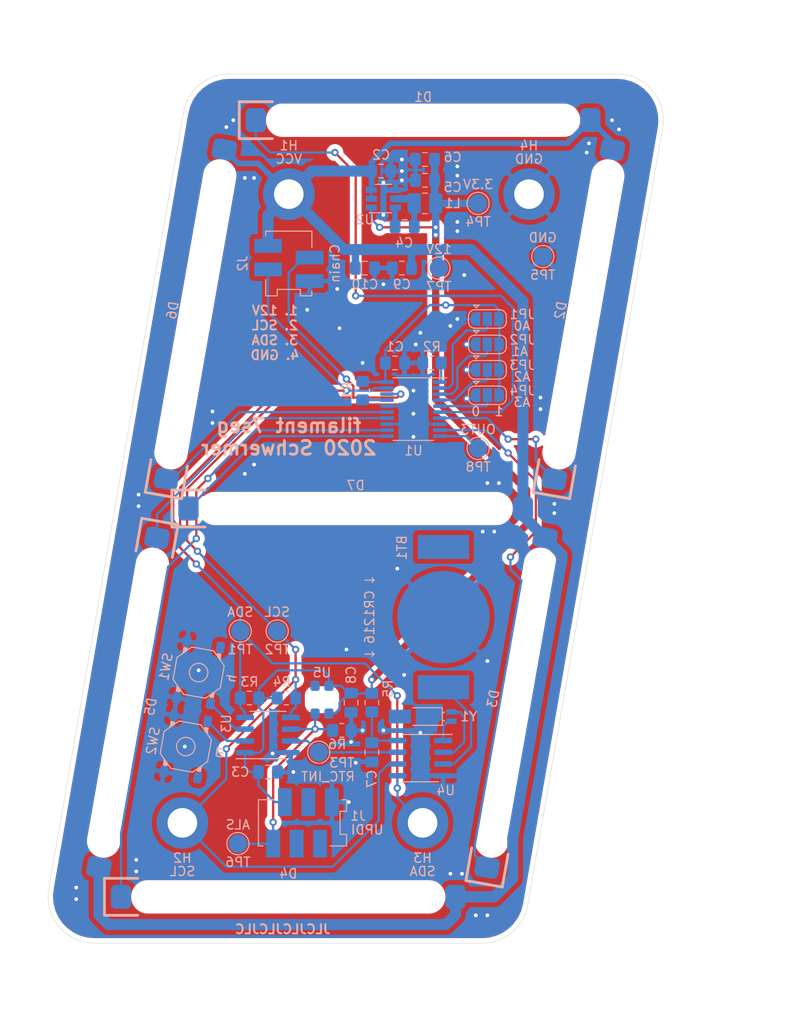
<source format=kicad_pcb>
(kicad_pcb (version 20171130) (host pcbnew 5.1.8)
  (layers (0 F.Cu signal) (31 B.Cu signal) (34 B.Paste user) (35 F.Paste user) (36 B.SilkS user) (37 F.SilkS user) (38 B.Mask user) (39 F.Mask user) (44 Edge.Cuts user))
  (net 0 "")
  (net 1 "Net-(D1-Pad1)")
  (net 2 "Net-(D2-Pad1)")
  (net 3 "Net-(D3-Pad1)")
  (net 4 "Net-(D4-Pad1)")
  (net 5 "Net-(D5-Pad1)")
  (net 6 "Net-(D6-Pad1)")
  (net 7 "Net-(D7-Pad1)")
  (net 8 +3V3)
  (net 9 GND)
  (net 10 +12V)
  (net 11 "Net-(C4-Pad2)")
  (net 12 "Net-(C4-Pad1)")
  (net 13 "Net-(C7-Pad2)")
  (net 14 "Net-(JP1-Pad2)")
  (net 15 "Net-(JP2-Pad2)")
  (net 16 "Net-(JP3-Pad2)")
  (net 17 "Net-(JP4-Pad2)")
  (net 18 "Net-(R1-Pad2)")
  (net 19 "Net-(R2-Pad1)")
  (net 20 SDA)
  (net 21 SCL)
  (net 22 "Net-(SW2-Pad1)")
  (net 23 "Net-(SW1-Pad1)")
  (net 24 "Net-(J1-Pad1)")
  (net 25 RTC_INT)
  (net 26 "Net-(BT1-Pad1)")
  (net 27 "Net-(U4-Pad2)")
  (net 28 "Net-(U4-Pad1)")
  (net 29 "Net-(J1-Pad3)")
  (net 30 "Net-(J1-Pad4)")
  (net 31 "Net-(J1-Pad5)")
  (net 32 "Net-(SW1-Pad2)")
  (net 33 "Net-(SW2-Pad2)")
  (net 34 "Net-(TP8-Pad1)")
  (module filament-clock:filament-led (layer B.Cu) (at 17.353388 21 80)
    (fp_text reference D3 (at 0 -2.5 260) (layer B.SilkS) (effects (justify mirror)))
    (fp_text value LED)
    (pad "" np_thru_hole oval (at 0 0 80) (size 33 2.6) (drill oval 33 2.6) (layers *.Cu *.Mask))
    (pad 2 smd roundrect (at 18.1 0 80) (size 2.2 2.6) (layers B.Cu B.Paste B.Mask) (net 10 +12V))
    (pad 1 smd roundrect (at -18.1 0 80) (size 2.2 2.6) (layers B.Cu B.Paste B.Mask) (net 3 "Net-(D3-Pad1)"))
  )
  (module filament-clock:filament-led (layer B.Cu) (at 7.293223 -42)
    (fp_text reference D1 (at 0 -2.5) (layer B.SilkS) (effects (justify mirror)))
    (fp_text value LED)
    (pad "" np_thru_hole oval (at 0 0) (size 33 2.6) (drill oval 33 2.6) (layers *.Cu *.Mask))
    (pad 2 smd roundrect (at 18.1 0) (size 2.2 2.6) (layers B.Cu B.Paste B.Mask) (net 10 +12V))
    (pad 1 smd roundrect (at -18.1 0) (size 2.2 2.6) (layers B.Cu B.Paste B.Mask) (net 1 "Net-(D1-Pad1)"))
  )
  (module filament-clock:filament-led (layer B.Cu) (at 24.646611 -21 80)
    (fp_text reference D2 (at 0 -2.5 260) (layer B.SilkS) (effects (justify mirror)))
    (fp_text value LED)
    (pad "" np_thru_hole oval (at 0 0 80) (size 33 2.6) (drill oval 33 2.6) (layers *.Cu *.Mask))
    (pad 2 smd roundrect (at 18.1 0 80) (size 2.2 2.6) (layers B.Cu B.Paste B.Mask) (net 10 +12V))
    (pad 1 smd roundrect (at -18.1 0 80) (size 2.2 2.6) (layers B.Cu B.Paste B.Mask) (net 2 "Net-(D2-Pad1)"))
  )
  (module filament-clock:filament-led (layer B.Cu) (at -7.293223 42)
    (fp_text reference D4 (at 0 -2.5) (layer B.SilkS) (effects (justify mirror)))
    (fp_text value LED)
    (pad "" np_thru_hole oval (at 0 0) (size 33 2.6) (drill oval 33 2.6) (layers *.Cu *.Mask))
    (pad 2 smd roundrect (at 18.1 0) (size 2.2 2.6) (layers B.Cu B.Paste B.Mask) (net 10 +12V))
    (pad 1 smd roundrect (at -18.1 0) (size 2.2 2.6) (layers B.Cu B.Paste B.Mask) (net 4 "Net-(D4-Pad1)"))
  )
  (module filament-clock:filament-led (layer B.Cu) (at -24.646611 21 260)
    (fp_text reference D5 (at 0 -2.5 260) (layer B.SilkS) (effects (justify mirror)))
    (fp_text value LED)
    (pad "" np_thru_hole oval (at 0 0 260) (size 33 2.6) (drill oval 33 2.6) (layers *.Cu *.Mask))
    (pad 2 smd roundrect (at 18.1 0 260) (size 2.2 2.6) (layers B.Cu B.Paste B.Mask) (net 10 +12V))
    (pad 1 smd roundrect (at -18.1 0 260) (size 2.2 2.6) (layers B.Cu B.Paste B.Mask) (net 5 "Net-(D5-Pad1)"))
  )
  (module filament-clock:filament-led (layer B.Cu) (at -17.353388 -21 80)
    (fp_text reference D6 (at 0 -2.5 260) (layer B.SilkS) (effects (justify mirror)))
    (fp_text value LED)
    (pad "" np_thru_hole oval (at 0 0 80) (size 33 2.6) (drill oval 33 2.6) (layers *.Cu *.Mask))
    (pad 2 smd roundrect (at 18.1 0 80) (size 2.2 2.6) (layers B.Cu B.Paste B.Mask) (net 10 +12V))
    (pad 1 smd roundrect (at -18.1 0 80) (size 2.2 2.6) (layers B.Cu B.Paste B.Mask) (net 6 "Net-(D6-Pad1)"))
  )
  (module filament-clock:filament-led (layer B.Cu) (at 0 0)
    (fp_text reference D7 (at 0 -2.5) (layer B.SilkS) (effects (justify mirror)))
    (fp_text value LED)
    (pad "" np_thru_hole oval (at 0 0) (size 33 2.6) (drill oval 33 2.6) (layers *.Cu *.Mask))
    (pad 2 smd roundrect (at 18.1 0) (size 2.2 2.6) (layers B.Cu B.Paste B.Mask) (net 10 +12V))
    (pad 1 smd roundrect (at -18.1 0) (size 2.2 2.6) (layers B.Cu B.Paste B.Mask) (net 7 "Net-(D7-Pad1)"))
  )
  (module Jumper:SolderJumper-3_P1.3mm_Open_RoundedPad1.0x1.5mm (layer B.Cu) (at 14.25 -12.25)
    (fp_text reference JP4 (at 3.75 -0.5) (layer B.SilkS) (effects (justify mirror)))
    (fp_text value A3 (at 3.75 0.75) (layer B.SilkS) (effects (justify mirror)))
    (pad 2 smd rect (at 0 0) (size 1 1.5) (layers B.Cu B.Mask) (net 17 "Net-(JP4-Pad2)"))
    (pad 3 smd custom (at 1.3 0) (size 1 0.5) (layers B.Cu B.Mask) (net 8 +3V3) (options (clearance outline) (anchor rect)) (primitives (gr_circle (center 0 -0.25) (end 0.5 -0.25) (width 0)) (gr_circle (center 0 0.25) (end 0.5 0.25) (width 0)) (gr_poly (pts (xy -0.55 0.75) (xy 0 0.75) (xy 0 -0.75) (xy -0.55 -0.75)) (width 0))))
    (pad 1 smd custom (at -1.3 0) (size 1 0.5) (layers B.Cu B.Mask) (net 9 GND) (options (clearance outline) (anchor rect)) (primitives (gr_circle (center 0 -0.25) (end 0.5 -0.25) (width 0)) (gr_circle (center 0 0.25) (end 0.5 0.25) (width 0)) (gr_poly (pts (xy 0.55 0.75) (xy 0 0.75) (xy 0 -0.75) (xy 0.55 -0.75)) (width 0))))
  )
  (module Resistor_SMD:R_0805_2012Metric_Pad1.20x1.40mm_HandSolder (layer B.Cu) (at 1.75 21 270)
    (fp_text reference R5 (at -1.5 -1.75 90) (layer B.SilkS) (effects (justify mirror)))
    (fp_text value 1k)
    (pad 2 smd roundrect (at 1 0 270) (size 1.2 1.4) (layers B.Cu B.Paste B.Mask) (roundrect_rratio 0.2083325) (net 13 "Net-(C7-Pad2)"))
    (pad 1 smd roundrect (at -1 0 270) (size 1.2 1.4) (layers B.Cu B.Paste B.Mask) (roundrect_rratio 0.2083325) (net 8 +3V3))
  )
  (module filament-clock:chipled-4 (layer B.Cu) (at -3.646611 20.680962)
    (fp_text reference U5 (at 0 -2.930962) (layer B.SilkS) (effects (justify mirror)))
    (fp_text value apds-9006)
    (pad "" np_thru_hole oval (at -0.85 0) (size 1 1.89) (drill oval 1 1.89) (layers *.Cu *.Mask))
    (pad "" np_thru_hole oval (at 0.85 0) (size 1 1.89) (drill oval 1 1.89) (layers *.Cu *.Mask))
    (pad "" np_thru_hole oval (at 0 -0.445) (size 2.7 1) (drill oval 2.7 1) (layers *.Cu *.Mask))
    (pad "" np_thru_hole oval (at 0 0.445) (size 2.7 1) (drill oval 2.7 1) (layers *.Cu *.Mask))
    (pad 3 smd roundrect (at 0.75 -1.5) (size 1 1.11) (layers B.Cu B.Paste B.Mask) (net 8 +3V3))
    (pad 4 smd roundrect (at -0.75 -1.5) (size 1 1.11) (layers B.Cu B.Paste B.Mask))
    (pad 2 smd roundrect (at 0.75 1.5) (size 1 1.11) (layers B.Cu B.Paste B.Mask) (net 8 +3V3))
    (pad 1 smd roundrect (at -0.75 1.5) (size 1 1.11) (layers B.Cu B.Paste B.Mask) (net 24 "Net-(J1-Pad1)"))
  )
  (module filament-clock:BC-2017 (layer B.Cu) (at 9.5 11.75 90)
    (fp_text reference BT1 (at 7.5 -4.5 90) (layer B.SilkS) (effects (justify mirror)))
    (fp_text value CR1216)
    (fp_text user CR1216 (at 0 -8 90) (layer B.SilkS) (effects (justify mirror)))
    (pad 2 smd circle (at 0 0 90) (size 10 10) (layers B.Cu B.Mask) (net 9 GND))
    (pad 1 smd rect (at 7.59 0 90) (size 2.6 5.56) (layers B.Cu B.Paste B.Mask) (net 26 "Net-(BT1-Pad1)"))
    (pad 1 smd rect (at -7.59 0 90) (size 2.6 5.56) (layers B.Cu B.Paste B.Mask) (net 26 "Net-(BT1-Pad1)"))
  )
  (module Capacitor_SMD:C_0805_2012Metric_Pad1.18x1.45mm_HandSolder (layer B.Cu) (at 4.25 -15.75)
    (fp_text reference C1 (at 0 -1.75) (layer B.SilkS) (effects (justify mirror)))
    (fp_text value 100n)
    (pad 2 smd roundrect (at 1.0375 0) (size 1.175 1.45) (layers B.Cu B.Paste B.Mask) (roundrect_rratio 0.2127659574468085) (net 9 GND))
    (pad 1 smd roundrect (at -1.0375 0) (size 1.175 1.45) (layers B.Cu B.Paste B.Mask) (roundrect_rratio 0.2127659574468085) (net 8 +3V3))
  )
  (module Capacitor_SMD:C_0805_2012Metric_Pad1.18x1.45mm_HandSolder (layer B.Cu) (at 2.75 -36.5)
    (fp_text reference C2 (at 0 -1.75) (layer B.SilkS) (effects (justify mirror)))
    (fp_text value 10µ)
    (pad 2 smd roundrect (at 1.0375 0) (size 1.175 1.45) (layers B.Cu B.Paste B.Mask) (roundrect_rratio 0.2127659574468085) (net 9 GND))
    (pad 1 smd roundrect (at -1.0375 0) (size 1.175 1.45) (layers B.Cu B.Paste B.Mask) (roundrect_rratio 0.2127659574468085) (net 10 +12V))
  )
  (module Capacitor_SMD:C_0805_2012Metric_Pad1.18x1.45mm_HandSolder (layer B.Cu) (at -9.5 28.5 180)
    (fp_text reference C3 (at 3 0) (layer B.SilkS) (effects (justify mirror)))
    (fp_text value 100n)
    (pad 2 smd roundrect (at 1.0375 0 180) (size 1.175 1.45) (layers B.Cu B.Paste B.Mask) (roundrect_rratio 0.2127659574468085) (net 8 +3V3))
    (pad 1 smd roundrect (at -1.0375 0 180) (size 1.175 1.45) (layers B.Cu B.Paste B.Mask) (roundrect_rratio 0.2127659574468085) (net 9 GND))
  )
  (module Capacitor_SMD:C_0805_2012Metric_Pad1.18x1.45mm_HandSolder (layer B.Cu) (at 5.3 -30.5 180)
    (fp_text reference C4 (at 0.05 -1.75) (layer B.SilkS) (effects (justify mirror)))
    (fp_text value 100n)
    (pad 2 smd roundrect (at 1.0375 0 180) (size 1.175 1.45) (layers B.Cu B.Paste B.Mask) (roundrect_rratio 0.2127659574468085) (net 11 "Net-(C4-Pad2)"))
    (pad 1 smd roundrect (at -1.0375 0 180) (size 1.175 1.45) (layers B.Cu B.Paste B.Mask) (roundrect_rratio 0.2127659574468085) (net 12 "Net-(C4-Pad1)"))
  )
  (module Capacitor_SMD:C_0805_2012Metric_Pad1.18x1.45mm_HandSolder (layer B.Cu) (at 7.5 -35.5 180)
    (fp_text reference C5 (at -3 -0.75) (layer B.SilkS) (effects (justify mirror)))
    (fp_text value 22µ)
    (pad 2 smd roundrect (at 1.0375 0 180) (size 1.175 1.45) (layers B.Cu B.Paste B.Mask) (roundrect_rratio 0.2127659574468085) (net 9 GND))
    (pad 1 smd roundrect (at -1.0375 0 180) (size 1.175 1.45) (layers B.Cu B.Paste B.Mask) (roundrect_rratio 0.2127659574468085) (net 8 +3V3))
  )
  (module Capacitor_SMD:C_0805_2012Metric_Pad1.18x1.45mm_HandSolder (layer B.Cu) (at 7.5 -37.75 180)
    (fp_text reference C6 (at -3 0.25) (layer B.SilkS) (effects (justify mirror)))
    (fp_text value 22µ)
    (pad 2 smd roundrect (at 1.0375 0 180) (size 1.175 1.45) (layers B.Cu B.Paste B.Mask) (roundrect_rratio 0.2127659574468085) (net 9 GND))
    (pad 1 smd roundrect (at -1.0375 0 180) (size 1.175 1.45) (layers B.Cu B.Paste B.Mask) (roundrect_rratio 0.2127659574468085) (net 8 +3V3))
  )
  (module Capacitor_SMD:C_0805_2012Metric_Pad1.18x1.45mm_HandSolder (layer B.Cu) (at 1.75 26.365 90)
    (fp_text reference C7 (at -2.885 0 90) (layer B.SilkS) (effects (justify mirror)))
    (fp_text value 3.3µ)
    (pad 2 smd roundrect (at 1.0375 0 90) (size 1.175 1.45) (layers B.Cu B.Paste B.Mask) (roundrect_rratio 0.2127659574468085) (net 13 "Net-(C7-Pad2)"))
    (pad 1 smd roundrect (at -1.0375 0 90) (size 1.175 1.45) (layers B.Cu B.Paste B.Mask) (roundrect_rratio 0.2127659574468085) (net 9 GND))
  )
  (module Jumper:SolderJumper-3_P1.3mm_Open_RoundedPad1.0x1.5mm (layer B.Cu) (at 14.25 -20.5)
    (fp_text reference JP1 (at 3.75 -0.5) (layer B.SilkS) (effects (justify mirror)))
    (fp_text value A0 (at 3.75 0.75) (layer B.SilkS) (effects (justify mirror)))
    (pad 2 smd rect (at 0 0) (size 1 1.5) (layers B.Cu B.Mask) (net 14 "Net-(JP1-Pad2)"))
    (pad 3 smd custom (at 1.3 0) (size 1 0.5) (layers B.Cu B.Mask) (net 8 +3V3) (options (clearance outline) (anchor rect)) (primitives (gr_circle (center 0 -0.25) (end 0.5 -0.25) (width 0)) (gr_circle (center 0 0.25) (end 0.5 0.25) (width 0)) (gr_poly (pts (xy -0.55 0.75) (xy 0 0.75) (xy 0 -0.75) (xy -0.55 -0.75)) (width 0))))
    (pad 1 smd custom (at -1.3 0) (size 1 0.5) (layers B.Cu B.Mask) (net 9 GND) (options (clearance outline) (anchor rect)) (primitives (gr_circle (center 0 -0.25) (end 0.5 -0.25) (width 0)) (gr_circle (center 0 0.25) (end 0.5 0.25) (width 0)) (gr_poly (pts (xy 0.55 0.75) (xy 0 0.75) (xy 0 -0.75) (xy 0.55 -0.75)) (width 0))))
  )
  (module Jumper:SolderJumper-3_P1.3mm_Open_RoundedPad1.0x1.5mm (layer B.Cu) (at 14.25 -17.75)
    (fp_text reference JP2 (at 3.75 -0.5) (layer B.SilkS) (effects (justify mirror)))
    (fp_text value A1 (at 3.5 0.75) (layer B.SilkS) (effects (justify mirror)))
    (pad 2 smd rect (at 0 0) (size 1 1.5) (layers B.Cu B.Mask) (net 15 "Net-(JP2-Pad2)"))
    (pad 3 smd custom (at 1.3 0) (size 1 0.5) (layers B.Cu B.Mask) (net 8 +3V3) (options (clearance outline) (anchor rect)) (primitives (gr_circle (center 0 -0.25) (end 0.5 -0.25) (width 0)) (gr_circle (center 0 0.25) (end 0.5 0.25) (width 0)) (gr_poly (pts (xy -0.55 0.75) (xy 0 0.75) (xy 0 -0.75) (xy -0.55 -0.75)) (width 0))))
    (pad 1 smd custom (at -1.3 0) (size 1 0.5) (layers B.Cu B.Mask) (net 9 GND) (options (clearance outline) (anchor rect)) (primitives (gr_circle (center 0 -0.25) (end 0.5 -0.25) (width 0)) (gr_circle (center 0 0.25) (end 0.5 0.25) (width 0)) (gr_poly (pts (xy 0.55 0.75) (xy 0 0.75) (xy 0 -0.75) (xy 0.55 -0.75)) (width 0))))
  )
  (module Jumper:SolderJumper-3_P1.3mm_Open_RoundedPad1.0x1.5mm (layer B.Cu) (at 14.25 -15)
    (fp_text reference JP3 (at 3.75 -0.5) (layer B.SilkS) (effects (justify mirror)))
    (fp_text value A2 (at 3.75 0.75) (layer B.SilkS) (effects (justify mirror)))
    (pad 2 smd rect (at 0 0) (size 1 1.5) (layers B.Cu B.Mask) (net 16 "Net-(JP3-Pad2)"))
    (pad 3 smd custom (at 1.3 0) (size 1 0.5) (layers B.Cu B.Mask) (net 8 +3V3) (options (clearance outline) (anchor rect)) (primitives (gr_circle (center 0 -0.25) (end 0.5 -0.25) (width 0)) (gr_circle (center 0 0.25) (end 0.5 0.25) (width 0)) (gr_poly (pts (xy -0.55 0.75) (xy 0 0.75) (xy 0 -0.75) (xy -0.55 -0.75)) (width 0))))
    (pad 1 smd custom (at -1.3 0) (size 1 0.5) (layers B.Cu B.Mask) (net 9 GND) (options (clearance outline) (anchor rect)) (primitives (gr_circle (center 0 -0.25) (end 0.5 -0.25) (width 0)) (gr_circle (center 0 0.25) (end 0.5 0.25) (width 0)) (gr_poly (pts (xy 0.55 0.75) (xy 0 0.75) (xy 0 -0.75) (xy 0.55 -0.75)) (width 0))))
  )
  (module Inductor_SMD:L_1008_2520Metric_Pad1.43x2.20mm_HandSolder (layer B.Cu) (at 7.5 -33)
    (fp_text reference L1 (at 3 0) (layer B.SilkS) (effects (justify mirror)))
    (fp_text value 4.7µ)
    (pad 2 smd roundrect (at 1.1625 0) (size 1.425 2.2) (layers B.Cu B.Paste B.Mask) (roundrect_rratio 0.1754385964912281) (net 8 +3V3))
    (pad 1 smd roundrect (at -1.1625 0) (size 1.425 2.2) (layers B.Cu B.Paste B.Mask) (roundrect_rratio 0.1754385964912281) (net 12 "Net-(C4-Pad1)"))
  )
  (module Resistor_SMD:R_0805_2012Metric_Pad1.20x1.40mm_HandSolder (layer B.Cu) (at 0.75 -12.75 270)
    (fp_text reference R1 (at 0 1.65 90) (layer B.SilkS) (effects (justify mirror)))
    (fp_text value 10k)
    (pad 2 smd roundrect (at 1 0 270) (size 1.2 1.4) (layers B.Cu B.Paste B.Mask) (roundrect_rratio 0.2083325) (net 18 "Net-(R1-Pad2)"))
    (pad 1 smd roundrect (at -1 0 270) (size 1.2 1.4) (layers B.Cu B.Paste B.Mask) (roundrect_rratio 0.2083325) (net 8 +3V3))
  )
  (module Resistor_SMD:R_0805_2012Metric_Pad1.20x1.40mm_HandSolder (layer B.Cu) (at 8.25 -15.75 180)
    (fp_text reference R2 (at 0 1.75) (layer B.SilkS) (effects (justify mirror)))
    (fp_text value 3.9k)
    (pad 2 smd roundrect (at 1 0 180) (size 1.2 1.4) (layers B.Cu B.Paste B.Mask) (roundrect_rratio 0.2083325) (net 9 GND))
    (pad 1 smd roundrect (at -1 0 180) (size 1.2 1.4) (layers B.Cu B.Paste B.Mask) (roundrect_rratio 0.2083325) (net 19 "Net-(R2-Pad1)"))
  )
  (module Resistor_SMD:R_0805_2012Metric_Pad1.20x1.40mm_HandSolder (layer B.Cu) (at -11.5 20.5 180)
    (fp_text reference R3 (at 0 1.75) (layer B.SilkS) (effects (justify mirror)))
    (fp_text value 4.7k)
    (pad 2 smd roundrect (at 1 0 180) (size 1.2 1.4) (layers B.Cu B.Paste B.Mask) (roundrect_rratio 0.2083325) (net 20 SDA))
    (pad 1 smd roundrect (at -1 0 180) (size 1.2 1.4) (layers B.Cu B.Paste B.Mask) (roundrect_rratio 0.2083325) (net 8 +3V3))
  )
  (module Resistor_SMD:R_0805_2012Metric_Pad1.20x1.40mm_HandSolder (layer B.Cu) (at -7.5 20.5)
    (fp_text reference R4 (at -0.5 -1.75) (layer B.SilkS) (effects (justify mirror)))
    (fp_text value 4.7k)
    (pad 2 smd roundrect (at 1 0) (size 1.2 1.4) (layers B.Cu B.Paste B.Mask) (roundrect_rratio 0.2083325) (net 21 SCL))
    (pad 1 smd roundrect (at -1 0) (size 1.2 1.4) (layers B.Cu B.Paste B.Mask) (roundrect_rratio 0.2083325) (net 8 +3V3))
  )
  (module Package_SO:TSSOP-20_4.4x6.5mm_P0.65mm (layer B.Cu) (at 6.25 -10.75 180)
    (fp_text reference U1 (at 0 -4.5) (layer B.SilkS) (effects (justify mirror)))
    (fp_text value TLC59108xPW)
    (pad 20 smd roundrect (at 2.8625 2.925 180) (size 1.475 0.4) (layers B.Cu B.Paste B.Mask) (net 8 +3V3))
    (pad 19 smd roundrect (at 2.8625 2.275 180) (size 1.475 0.4) (layers B.Cu B.Paste B.Mask) (net 20 SDA))
    (pad 18 smd roundrect (at 2.8625 1.625 180) (size 1.475 0.4) (layers B.Cu B.Paste B.Mask) (net 21 SCL))
    (pad 17 smd roundrect (at 2.8625 0.975 180) (size 1.475 0.4) (layers B.Cu B.Paste B.Mask) (net 18 "Net-(R1-Pad2)"))
    (pad 16 smd roundrect (at 2.8625 0.325 180) (size 1.475 0.4) (layers B.Cu B.Paste B.Mask) (net 9 GND))
    (pad 15 smd roundrect (at 2.8625 -0.325 180) (size 1.475 0.4) (layers B.Cu B.Paste B.Mask) (net 6 "Net-(D6-Pad1)"))
    (pad 14 smd roundrect (at 2.8625 -0.975 180) (size 1.475 0.4) (layers B.Cu B.Paste B.Mask) (net 5 "Net-(D5-Pad1)"))
    (pad 13 smd roundrect (at 2.8625 -1.625 180) (size 1.475 0.4) (layers B.Cu B.Paste B.Mask) (net 9 GND))
    (pad 12 smd roundrect (at 2.8625 -2.275 180) (size 1.475 0.4) (layers B.Cu B.Paste B.Mask) (net 4 "Net-(D4-Pad1)"))
    (pad 11 smd roundrect (at 2.8625 -2.925 180) (size 1.475 0.4) (layers B.Cu B.Paste B.Mask) (net 7 "Net-(D7-Pad1)"))
    (pad 10 smd roundrect (at -2.8625 -2.925 180) (size 1.475 0.4) (layers B.Cu B.Paste B.Mask) (net 34 "Net-(TP8-Pad1)"))
    (pad 9 smd roundrect (at -2.8625 -2.275 180) (size 1.475 0.4) (layers B.Cu B.Paste B.Mask) (net 3 "Net-(D3-Pad1)"))
    (pad 8 smd roundrect (at -2.8625 -1.625 180) (size 1.475 0.4) (layers B.Cu B.Paste B.Mask) (net 9 GND))
    (pad 7 smd roundrect (at -2.8625 -0.975 180) (size 1.475 0.4) (layers B.Cu B.Paste B.Mask) (net 2 "Net-(D2-Pad1)"))
    (pad 6 smd roundrect (at -2.8625 -0.325 180) (size 1.475 0.4) (layers B.Cu B.Paste B.Mask) (net 1 "Net-(D1-Pad1)"))
    (pad 5 smd roundrect (at -2.8625 0.325 180) (size 1.475 0.4) (layers B.Cu B.Paste B.Mask) (net 17 "Net-(JP4-Pad2)"))
    (pad 4 smd roundrect (at -2.8625 0.975 180) (size 1.475 0.4) (layers B.Cu B.Paste B.Mask) (net 16 "Net-(JP3-Pad2)"))
    (pad 3 smd roundrect (at -2.8625 1.625 180) (size 1.475 0.4) (layers B.Cu B.Paste B.Mask) (net 15 "Net-(JP2-Pad2)"))
    (pad 2 smd roundrect (at -2.8625 2.275 180) (size 1.475 0.4) (layers B.Cu B.Paste B.Mask) (net 14 "Net-(JP1-Pad2)"))
    (pad 1 smd roundrect (at -2.8625 2.925 180) (size 1.475 0.4) (layers B.Cu B.Paste B.Mask) (net 19 "Net-(R2-Pad1)"))
  )
  (module Package_TO_SOT_SMD:TSOT-23-6 (layer B.Cu) (at 3 -33.5)
    (fp_text reference U2 (at -2 2.25) (layer B.SilkS) (effects (justify mirror)))
    (fp_text value AP63203WU)
    (pad 6 smd rect (at 1.31 0.95) (size 1.22 0.65) (layers B.Cu B.Paste B.Mask) (net 11 "Net-(C4-Pad2)"))
    (pad 5 smd rect (at 1.31 0) (size 1.22 0.65) (layers B.Cu B.Paste B.Mask) (net 12 "Net-(C4-Pad1)"))
    (pad 4 smd rect (at 1.31 -0.95) (size 1.22 0.65) (layers B.Cu B.Paste B.Mask) (net 9 GND))
    (pad 3 smd rect (at -1.31 -0.95) (size 1.22 0.65) (layers B.Cu B.Paste B.Mask) (net 10 +12V))
    (pad 2 smd rect (at -1.31 0) (size 1.22 0.65) (layers B.Cu B.Paste B.Mask) (net 10 +12V))
    (pad 1 smd rect (at -1.31 0.95) (size 1.22 0.65) (layers B.Cu B.Paste B.Mask) (net 8 +3V3))
  )
  (module Package_SO:SOIC-8_3.9x4.9mm_P1.27mm (layer B.Cu) (at -9.5 24.5)
    (fp_text reference U3 (at -4.5 -1.25 90) (layer B.SilkS) (effects (justify mirror)))
    (fp_text value ATtiny412-SS)
    (pad 8 smd roundrect (at 2.475 1.905) (size 1.95 0.6) (layers B.Cu B.Paste B.Mask) (net 9 GND))
    (pad 7 smd roundrect (at 2.475 0.635) (size 1.95 0.6) (layers B.Cu B.Paste B.Mask) (net 25 RTC_INT))
    (pad 6 smd roundrect (at 2.475 -0.635) (size 1.95 0.6) (layers B.Cu B.Paste B.Mask) (net 24 "Net-(J1-Pad1)"))
    (pad 5 smd roundrect (at 2.475 -1.905) (size 1.95 0.6) (layers B.Cu B.Paste B.Mask) (net 21 SCL))
    (pad 4 smd roundrect (at -2.475 -1.905) (size 1.95 0.6) (layers B.Cu B.Paste B.Mask) (net 20 SDA))
    (pad 3 smd roundrect (at -2.475 -0.635) (size 1.95 0.6) (layers B.Cu B.Paste B.Mask) (net 23 "Net-(SW1-Pad1)"))
    (pad 2 smd roundrect (at -2.475 0.635) (size 1.95 0.6) (layers B.Cu B.Paste B.Mask) (net 33 "Net-(SW2-Pad2)"))
    (pad 1 smd roundrect (at -2.475 1.905) (size 1.95 0.6) (layers B.Cu B.Paste B.Mask) (net 8 +3V3))
  )
  (module Package_SO:SOIC-8_3.9x4.9mm_P1.27mm (layer B.Cu) (at 7 27 180)
    (fp_text reference U4 (at -2.75 -3.5) (layer B.SilkS) (effects (justify mirror)))
    (fp_text value PCF8523T)
    (pad 8 smd roundrect (at 2.475 1.905 180) (size 1.95 0.6) (layers B.Cu B.Paste B.Mask) (net 13 "Net-(C7-Pad2)"))
    (pad 7 smd roundrect (at 2.475 0.635 180) (size 1.95 0.6) (layers B.Cu B.Paste B.Mask) (net 25 RTC_INT))
    (pad 6 smd roundrect (at 2.475 -0.635 180) (size 1.95 0.6) (layers B.Cu B.Paste B.Mask) (net 21 SCL))
    (pad 5 smd roundrect (at 2.475 -1.905 180) (size 1.95 0.6) (layers B.Cu B.Paste B.Mask) (net 20 SDA))
    (pad 4 smd roundrect (at -2.475 -1.905 180) (size 1.95 0.6) (layers B.Cu B.Paste B.Mask) (net 9 GND))
    (pad 3 smd roundrect (at -2.475 -0.635 180) (size 1.95 0.6) (layers B.Cu B.Paste B.Mask) (net 26 "Net-(BT1-Pad1)"))
    (pad 2 smd roundrect (at -2.475 0.635 180) (size 1.95 0.6) (layers B.Cu B.Paste B.Mask) (net 27 "Net-(U4-Pad2)"))
    (pad 1 smd roundrect (at -2.475 1.905 180) (size 1.95 0.6) (layers B.Cu B.Paste B.Mask) (net 28 "Net-(U4-Pad1)"))
  )
  (module Resistor_SMD:R_0805_2012Metric_Pad1.20x1.40mm_HandSolder (layer B.Cu) (at -1.5 24)
    (fp_text reference R6 (at -0.5 1.5) (layer B.SilkS) (effects (justify mirror)))
    (fp_text value 5k)
    (pad 2 smd roundrect (at 1 0) (size 1.2 1.4) (layers B.Cu B.Paste B.Mask) (roundrect_rratio 0.2083325) (net 9 GND))
    (pad 1 smd roundrect (at -1 0) (size 1.2 1.4) (layers B.Cu B.Paste B.Mask) (roundrect_rratio 0.2083325) (net 24 "Net-(J1-Pad1)"))
  )
  (module TestPoint:TestPoint_Pad_D2.0mm (layer B.Cu) (at -12.5 13.25)
    (fp_text reference TP1 (at 0 1.998) (layer B.SilkS) (effects (justify mirror)))
    (fp_text value SDA (at 0 -2.05) (layer B.SilkS) (effects (justify mirror)))
    (pad 1 smd circle (at 0 0) (size 2 2) (layers B.Cu B.Mask) (net 20 SDA))
  )
  (module TestPoint:TestPoint_Pad_D2.0mm (layer B.Cu) (at -8.5 13.25)
    (fp_text reference TP2 (at 0 1.998) (layer B.SilkS) (effects (justify mirror)))
    (fp_text value SCL (at 0 -2.05) (layer B.SilkS) (effects (justify mirror)))
    (pad 1 smd circle (at 0 0) (size 2 2) (layers B.Cu B.Mask) (net 21 SCL))
  )
  (module TestPoint:TestPoint_Pad_D2.0mm (layer B.Cu) (at -4 26.365)
    (fp_text reference TP3 (at 2.5 1.135) (layer B.SilkS) (effects (justify mirror)))
    (fp_text value RTC_INT (at 1 2.635) (layer B.SilkS) (effects (justify mirror)))
    (pad 1 smd circle (at 0 0) (size 2 2) (layers B.Cu B.Mask) (net 25 RTC_INT))
  )
  (module Crystal:Crystal_SMD_MicroCrystal_MS3V-T1R (layer B.Cu) (at 7.25 22.5 90)
    (fp_text reference Y1 (at 0 5 180) (layer B.SilkS) (effects (justify mirror)))
    (fp_text value 32.768kHz)
    (pad 3 smd rect (at 0 -2.475 90) (size 1.5 2.4) (layers B.Cu B.Paste B.Mask))
    (pad 2 smd rect (at 0.5 3.125 90) (size 0.6 1.1) (layers B.Cu B.Paste B.Mask) (net 27 "Net-(U4-Pad2)"))
    (pad 1 smd rect (at -0.5 3.125 90) (size 0.6 1.1) (layers B.Cu B.Paste B.Mask) (net 28 "Net-(U4-Pad1)"))
  )
  (module Capacitor_SMD:C_0805_2012Metric_Pad1.18x1.45mm_HandSolder (layer B.Cu) (at -0.5 21 270)
    (fp_text reference C8 (at -3 0 90) (layer B.SilkS) (effects (justify mirror)))
    (fp_text value 100n)
    (pad 2 smd roundrect (at 1.0375 0 270) (size 1.175 1.45) (layers B.Cu B.Paste B.Mask) (roundrect_rratio 0.2127659574468085) (net 9 GND))
    (pad 1 smd roundrect (at -1.0375 0 270) (size 1.175 1.45) (layers B.Cu B.Paste B.Mask) (roundrect_rratio 0.2127659574468085) (net 8 +3V3))
  )
  (module MountingHole:MountingHole_3.2mm_M3_DIN965_Pad_TopOnly (layer B.Cu) (at -7.240806 -34)
    (fp_text reference H1 (at -0.009194 -5.25) (layer B.SilkS) (effects (justify mirror)))
    (fp_text value VCC (at 0 -3.8) (layer B.SilkS) (effects (justify mirror)))
    (pad 1 connect circle (at 0 0) (size 5.6 5.6) (layers B.Cu B.Mask) (net 10 +12V))
    (pad 1 thru_hole circle (at 0 0) (size 3.6 3.6) (drill 3.2) (layers *.Cu *.Mask) (net 10 +12V))
  )
  (module MountingHole:MountingHole_3.2mm_M3_DIN965_Pad_TopOnly (layer B.Cu) (at -18.759195 34)
    (fp_text reference H2 (at 0 3.8) (layer B.SilkS) (effects (justify mirror)))
    (fp_text value SCL (at 0.009195 5.25) (layer B.SilkS) (effects (justify mirror)))
    (pad 1 connect circle (at 0 0) (size 5.6 5.6) (layers B.Cu B.Mask) (net 21 SCL))
    (pad 1 thru_hole circle (at 0 0) (size 3.6 3.6) (drill 3.2) (layers *.Cu *.Mask) (net 21 SCL))
  )
  (module MountingHole:MountingHole_3.2mm_M3_DIN965_Pad_TopOnly (layer B.Cu) (at 7.240806 34)
    (fp_text reference H3 (at 0 3.8) (layer B.SilkS) (effects (justify mirror)))
    (fp_text value SDA (at 0.009194 5.25) (layer B.SilkS) (effects (justify mirror)))
    (pad 1 connect circle (at 0 0) (size 5.6 5.6) (layers B.Cu B.Mask) (net 20 SDA))
    (pad 1 thru_hole circle (at 0 0) (size 3.6 3.6) (drill 3.2) (layers *.Cu *.Mask) (net 20 SDA))
  )
  (module MountingHole:MountingHole_3.2mm_M3_DIN965_Pad_TopOnly (layer B.Cu) (at 18.759195 -34)
    (fp_text reference H4 (at -0.009195 -5.25) (layer B.SilkS) (effects (justify mirror)))
    (fp_text value GND (at 0 -3.8) (layer B.SilkS) (effects (justify mirror)))
    (pad 1 connect circle (at 0 0) (size 5.6 5.6) (layers B.Cu B.Mask) (net 9 GND))
    (pad 1 thru_hole circle (at 0 0) (size 3.6 3.6) (drill 3.2) (layers *.Cu *.Mask) (net 9 GND))
  )
  (module filament-clock:ConnectorMicromatch-6 (layer B.Cu) (at -5.759194 34)
    (fp_text reference J1 (at 6.009194 -0.75) (layer B.SilkS) (effects (justify mirror)))
    (fp_text value UPDI (at 7.009194 0.75) (layer B.SilkS) (effects (justify mirror)))
    (pad 1 smd rect (at -3.175 2.25) (size 1.5 3) (layers B.Cu B.Paste B.Mask) (net 24 "Net-(J1-Pad1)"))
    (pad 2 smd rect (at -1.905 -2.25) (size 1.5 3) (layers B.Cu B.Paste B.Mask) (net 8 +3V3))
    (pad 3 smd rect (at -0.635 2.25) (size 1.5 3) (layers B.Cu B.Paste B.Mask) (net 29 "Net-(J1-Pad3)"))
    (pad 4 smd rect (at 0.635 -2.25) (size 1.5 3) (layers B.Cu B.Paste B.Mask) (net 30 "Net-(J1-Pad4)"))
    (pad 5 smd rect (at 1.905 2.25) (size 1.5 3) (layers B.Cu B.Paste B.Mask) (net 31 "Net-(J1-Pad5)"))
    (pad 6 smd rect (at 3.175 -2.25) (size 1.5 3) (layers B.Cu B.Paste B.Mask) (net 9 GND))
  )
  (module filament-clock:ConnectorMicromatch-4 (layer B.Cu) (at -7.240806 -26.5 270)
    (fp_text reference J2 (at 0 5 90) (layer B.SilkS) (effects (justify mirror)))
    (fp_text value Chain (at 0 -5 90) (layer B.SilkS) (effects (justify mirror)))
    (pad 1 smd rect (at -1.905 2.25 270) (size 1.5 3) (layers B.Cu B.Paste B.Mask) (net 10 +12V))
    (pad 2 smd rect (at -0.635 -2.25 270) (size 1.5 3) (layers B.Cu B.Paste B.Mask) (net 21 SCL))
    (pad 3 smd rect (at 0.635 2.25 270) (size 1.5 3) (layers B.Cu B.Paste B.Mask) (net 20 SDA))
    (pad 4 smd rect (at 1.905 -2.25 270) (size 1.5 3) (layers B.Cu B.Paste B.Mask) (net 9 GND))
  )
  (module filament-clock:pts526 (layer B.Cu) (at -17 17.75 80)
    (fp_text reference SW1 (at 0 -3.6 260) (layer B.SilkS) (effects (justify mirror)))
    (fp_text value h (at 0 3.6 260) (layer B.SilkS) (effects (justify mirror)))
    (pad 4 smd roundrect (at 3.1 -1.85 80) (size 1.2 0.9) (layers B.Cu B.Paste B.Mask) (net 9 GND))
    (pad 3 smd roundrect (at -3.1 -1.85 80) (size 1.2 0.9) (layers B.Cu B.Paste B.Mask) (net 9 GND))
    (pad 1 smd roundrect (at -3.1 1.85 80) (size 1.2 0.9) (layers B.Cu B.Paste B.Mask) (net 23 "Net-(SW1-Pad1)"))
    (pad 2 smd roundrect (at 3.1 1.85 80) (size 1.2 0.9) (layers B.Cu B.Paste B.Mask) (net 32 "Net-(SW1-Pad2)"))
  )
  (module filament-clock:pts526 (layer B.Cu) (at -18.389185 25.75 80)
    (fp_text reference SW2 (at 0 -3.6 -100) (layer B.SilkS) (effects (justify mirror)))
    (fp_text value m (at 0 3.6 -100) (layer B.SilkS) (effects (justify mirror)))
    (pad 2 smd roundrect (at 3.1 1.85 80) (size 1.2 0.9) (layers B.Cu B.Paste B.Mask) (net 33 "Net-(SW2-Pad2)"))
    (pad 1 smd roundrect (at -3.1 1.85 80) (size 1.2 0.9) (layers B.Cu B.Paste B.Mask) (net 22 "Net-(SW2-Pad1)"))
    (pad 3 smd roundrect (at -3.1 -1.85 80) (size 1.2 0.9) (layers B.Cu B.Paste B.Mask) (net 9 GND))
    (pad 4 smd roundrect (at 3.1 -1.85 80) (size 1.2 0.9) (layers B.Cu B.Paste B.Mask) (net 9 GND))
  )
  (module TestPoint:TestPoint_Pad_D2.0mm (layer B.Cu) (at 13.25 -33)
    (fp_text reference TP4 (at 0 1.998) (layer B.SilkS) (effects (justify mirror)))
    (fp_text value 3.3V (at 0 -2.05) (layer B.SilkS) (effects (justify mirror)))
    (pad 1 smd circle (at 0 0) (size 2 2) (layers B.Cu B.Mask) (net 8 +3V3))
  )
  (module TestPoint:TestPoint_Pad_D2.0mm (layer B.Cu) (at 20.25 -27.25)
    (fp_text reference TP5 (at 0 1.998) (layer B.SilkS) (effects (justify mirror)))
    (fp_text value GND (at 0 -2.05) (layer B.SilkS) (effects (justify mirror)))
    (pad 1 smd circle (at 0 0) (size 2 2) (layers B.Cu B.Mask) (net 9 GND))
  )
  (module TestPoint:TestPoint_Pad_D2.0mm (layer B.Cu) (at -12.75 36.25)
    (fp_text reference TP6 (at 0 1.998) (layer B.SilkS) (effects (justify mirror)))
    (fp_text value ALS (at 0 -2.05) (layer B.SilkS) (effects (justify mirror)))
    (pad 1 smd circle (at 0 0) (size 2 2) (layers B.Cu B.Mask) (net 24 "Net-(J1-Pad1)"))
  )
  (module Capacitor_SMD:C_0805_2012Metric_Pad1.18x1.45mm_HandSolder (layer B.Cu) (at 5 -26 180)
    (fp_text reference C9 (at 0 -1.75) (layer B.SilkS) (effects (justify mirror)))
    (fp_text value C)
    (pad 1 smd roundrect (at -1.0375 0 180) (size 1.175 1.45) (layers B.Cu B.Paste B.Mask) (roundrect_rratio 0.212766) (net 10 +12V))
    (pad 2 smd roundrect (at 1.0375 0 180) (size 1.175 1.45) (layers B.Cu B.Paste B.Mask) (roundrect_rratio 0.212766) (net 9 GND))
  )
  (module Capacitor_SMD:C_0805_2012Metric_Pad1.18x1.45mm_HandSolder (layer B.Cu) (at 1 -26)
    (fp_text reference C10 (at 0 1.75) (layer B.SilkS) (effects (justify mirror)))
    (fp_text value C)
    (pad 2 smd roundrect (at 1.0375 0) (size 1.175 1.45) (layers B.Cu B.Paste B.Mask) (roundrect_rratio 0.212766) (net 9 GND))
    (pad 1 smd roundrect (at -1.0375 0) (size 1.175 1.45) (layers B.Cu B.Paste B.Mask) (roundrect_rratio 0.212766) (net 10 +12V))
  )
  (module TestPoint:TestPoint_Pad_D2.0mm (layer B.Cu) (at 9 -26)
    (fp_text reference TP7 (at 0 1.998) (layer B.SilkS) (effects (justify mirror)))
    (fp_text value 12V (at 0 -2.05) (layer B.SilkS) (effects (justify mirror)))
    (pad 1 smd circle (at 0 0) (size 2 2) (layers B.Cu B.Mask) (net 10 +12V))
  )
  (module TestPoint:TestPoint_Pad_D2.0mm (layer B.Cu) (at 13.25 -6.5)
    (fp_text reference TP8 (at 0 1.998) (layer B.SilkS) (effects (justify mirror)))
    (fp_text value OUT3 (at 0 -2.05) (layer B.SilkS) (effects (justify mirror)))
    (pad 1 smd circle (at 0 0) (size 2 2) (layers B.Cu B.Mask) (net 34 "Net-(TP8-Pad1)"))
  )
  (gr_text "1. 12V\n2. SCL\n3. SDA\n4. GND" (at -8.75 -19) (layer B.SilkS) (effects (font (size 1 1) (thickness 0.2)) (justify mirror)))
  (gr_text "filament 7seg\n2020 Schwermer" (at -7.25 -7.75) (layer B.SilkS) (effects (font (size 1.5 1.5) (thickness 0.3)) (justify mirror)))
  (gr_text 1 (at 15.5 -10.5) (layer B.SilkS) (effects (font (size 1 1)) (justify mirror)))
  (gr_text 0 (at 13 -10.5) (layer B.SilkS) (effects (font (size 1 1)) (justify mirror)))
  (gr_line (start -33.217262 41.131759) (end -18.630816 -42.868241) (layer Edge.Cuts) (width 0.05))
  (gr_line (start 13.706777 47) (end -28.293223 47) (layer Edge.Cuts) (width 0.05))
  (gr_line (start 33.217262 -41.131759) (end 18.630816 42.868241) (layer Edge.Cuts) (width 0.05))
  (gr_line (start -13.706777 -47) (end 28.293223 -47) (layer Edge.Cuts) (width 0.05))
  (gr_arc (start -28.293223 42) (end -28.293223 47) (angle 100) (layer Edge.Cuts) (width 0.05))
  (gr_arc (start 13.706777 42) (end 13.706777 47) (angle -80) (layer Edge.Cuts) (width 0.05))
  (gr_arc (start 28.293223 -42) (end 28.293223 -47) (angle 100) (layer Edge.Cuts) (width 0.05))
  (gr_arc (start -13.706777 -42) (end -13.706777 -47) (angle -80) (layer Edge.Cuts) (width 0.05))
  (gr_text JLCJLCJLCJLC (at -7.9 45.5) (layer B.SilkS) (effects (font (size 1 1) (thickness 0.2)) (justify mirror)))
  (via (at -2.25 -38.5) (size 0.8) (drill 0.4) (layers F.Cu B.Cu) (net 1))
  (segment (start -2.25 -38.5) (end -9.25 -38.5) (width 0.25) (layer B.Cu) (net 1))
  (segment (start -10.806777 -40.056777) (end -10.806777 -42) (width 0.25) (layer B.Cu) (net 1))
  (segment (start -9.25 -38.5) (end -10.806777 -40.056777) (width 0.25) (layer B.Cu) (net 1))
  (via (at 0 -22.999996) (size 0.8) (drill 0.4) (layers F.Cu B.Cu) (net 1))
  (segment (start -2.25 -38.5) (end 0 -36.25) (width 0.25) (layer F.Cu) (net 1))
  (segment (start 0 -36.25) (end 0 -22.999996) (width 0.25) (layer F.Cu) (net 1))
  (segment (start 9.1125 -10.425) (end 15.675 -10.425) (width 0.25) (layer B.Cu) (net 1))
  (segment (start 15.675 -10.425) (end 17 -11.75) (width 0.25) (layer B.Cu) (net 1))
  (segment (start 17 -11.75) (end 17 -21.75) (width 0.25) (layer B.Cu) (net 1))
  (segment (start 17 -21.75) (end 15.750004 -22.999996) (width 0.25) (layer B.Cu) (net 1))
  (segment (start 15.750004 -22.999996) (end 0 -22.999996) (width 0.25) (layer B.Cu) (net 1))
  (segment (start 14.225 -9.775) (end 16.5 -7.5) (width 0.25) (layer B.Cu) (net 2))
  (segment (start 9.1125 -9.775) (end 14.225 -9.775) (width 0.25) (layer B.Cu) (net 2))
  (via (at 16.5 -7.5) (size 0.8) (drill 0.4) (layers F.Cu B.Cu) (net 2))
  (via (at 19.5 -7.5) (size 0.8) (drill 0.4) (layers F.Cu B.Cu) (net 2))
  (segment (start 16.5 -7.5) (end 19.5 -7.5) (width 0.25) (layer F.Cu) (net 2))
  (segment (start 19.5 -5.178559) (end 21.503579 -3.17498) (width 0.25) (layer B.Cu) (net 2))
  (segment (start 19.5 -7.5) (end 19.5 -5.178559) (width 0.25) (layer B.Cu) (net 2))
  (segment (start 12.891058 37.505722) (end 12.891058 36.3732) (width 0.25) (layer B.Cu) (net 3))
  (segment (start 14.210356 38.82502) (end 12.891058 37.505722) (width 0.25) (layer B.Cu) (net 3))
  (segment (start 12.891058 36.3732) (end 17.406798 10.763158) (width 0.25) (layer B.Cu) (net 3))
  (segment (start 17.406798 10.763158) (end 17.934905 7.768114) (width 0.25) (layer B.Cu) (net 3))
  (via (at 16.5 -6.000006) (size 0.8) (drill 0.4) (layers F.Cu B.Cu) (net 3))
  (segment (start 9.1125 -8.475) (end 14.025006 -8.475) (width 0.25) (layer B.Cu) (net 3))
  (segment (start 14.025006 -8.475) (end 16.5 -6.000006) (width 0.25) (layer B.Cu) (net 3))
  (via (at 16.75 5.25) (size 0.8) (drill 0.4) (layers F.Cu B.Cu) (net 3))
  (segment (start 17.934905 7.768115) (end 16.75 6.58321) (width 0.25) (layer B.Cu) (net 3))
  (segment (start 16.75 6.58321) (end 16.75 5.25) (width 0.25) (layer B.Cu) (net 3))
  (segment (start 19.5 2.5) (end 16.75 5.25) (width 0.25) (layer F.Cu) (net 3))
  (segment (start 16.5 -6.000006) (end 19.5 -3.000006) (width 0.25) (layer F.Cu) (net 3))
  (segment (start 19.5 -3.000006) (end 19.5 2.5) (width 0.25) (layer F.Cu) (net 3))
  (via (at -16 -3.25) (size 0.8) (drill 0.4) (layers F.Cu B.Cu) (net 4))
  (segment (start -10.775 -8.475) (end 3.3875 -8.475) (width 0.25) (layer B.Cu) (net 4))
  (segment (start -16 -3.25) (end -10.775 -8.475) (width 0.25) (layer B.Cu) (net 4))
  (segment (start -20.303623 6.303623) (end -17.25 3.25) (width 0.25) (layer B.Cu) (net 4))
  (segment (start -25.393223 35.168184) (end -20.303623 6.303623) (width 0.25) (layer B.Cu) (net 4))
  (segment (start -25.393223 42) (end -25.393223 35.168184) (width 0.25) (layer B.Cu) (net 4))
  (segment (start -17.25 -2) (end -17.25 3.25) (width 0.25) (layer F.Cu) (net 4))
  (segment (start -16 -3.25) (end -17.25 -2) (width 0.25) (layer F.Cu) (net 4))
  (via (at -17.25 3.25) (size 0.8) (drill 0.4) (layers F.Cu B.Cu) (net 4))
  (segment (start -11.1 -9.775) (end 3.3875 -9.775) (width 0.25) (layer B.Cu) (net 5))
  (segment (start -21.503579 0.628579) (end -11.1 -9.775) (width 0.25) (layer B.Cu) (net 5))
  (segment (start -21.503579 3.17498) (end -21.503579 0.628579) (width 0.25) (layer B.Cu) (net 5))
  (segment (start -20.32144 -3) (end -20.49642 -3.17498) (width 0.25) (layer B.Cu) (net 6))
  (segment (start 3.3875 -10.425) (end -12.575 -10.425) (width 0.25) (layer B.Cu) (net 6))
  (segment (start -19.82502 -3.17498) (end -20.49642 -3.17498) (width 0.25) (layer B.Cu) (net 6))
  (segment (start -12.575 -10.425) (end -19.82502 -3.17498) (width 0.25) (layer B.Cu) (net 6))
  (segment (start -10.275 -7.825) (end -18.1 0) (width 0.25) (layer B.Cu) (net 7))
  (segment (start 3.3875 -7.825) (end -10.275 -7.825) (width 0.25) (layer B.Cu) (net 7))
  (segment (start -11.975 26.405) (end -11.975 28.025) (width 0.25) (layer B.Cu) (net 8))
  (segment (start -11.5 28.5) (end -10.5375 28.5) (width 0.25) (layer B.Cu) (net 8))
  (segment (start -11.975 28.025) (end -11.5 28.5) (width 0.25) (layer B.Cu) (net 8))
  (segment (start -7.664194 31.75) (end -8.75 31.75) (width 0.25) (layer B.Cu) (net 8))
  (segment (start -10.5375 29.9625) (end -10.5375 28.5) (width 0.25) (layer B.Cu) (net 8))
  (segment (start -8.75 31.75) (end -10.5375 29.9625) (width 0.25) (layer B.Cu) (net 8))
  (segment (start -11.975 26.405) (end -10.405 26.405) (width 0.25) (layer B.Cu) (net 8))
  (segment (start -10.405 26.405) (end -10 26) (width 0.25) (layer B.Cu) (net 8))
  (segment (start -10 26) (end -10 22) (width 0.25) (layer B.Cu) (net 8))
  (segment (start -10.5 21.5) (end -10.5 20.5) (width 0.25) (layer B.Cu) (net 8))
  (segment (start -10 22) (end -10.5 21.5) (width 0.25) (layer B.Cu) (net 8))
  (segment (start -10.5 20.5) (end -8.5 20.5) (width 0.25) (layer B.Cu) (net 8))
  (segment (start -2.896611 19.180962) (end -2.896611 18.103389) (width 0.25) (layer B.Cu) (net 8))
  (segment (start -2.896611 18.103389) (end -3.5 17.5) (width 0.25) (layer B.Cu) (net 8))
  (segment (start -3.5 17.5) (end -8.5 17.5) (width 0.25) (layer B.Cu) (net 8))
  (segment (start -10.5 19.5) (end -10.5 20.5) (width 0.25) (layer B.Cu) (net 8))
  (segment (start -8.5 17.5) (end -10.5 19.5) (width 0.25) (layer B.Cu) (net 8))
  (segment (start -2.896611 22.180962) (end -2.180962 22.180962) (width 0.25) (layer B.Cu) (net 8))
  (segment (start -2.180962 22.180962) (end -1.75 21.75) (width 0.25) (layer B.Cu) (net 8))
  (segment (start -1.75 21.75) (end -1.75 21) (width 0.25) (layer B.Cu) (net 8))
  (segment (start -0.7125 19.9625) (end -0.5 19.9625) (width 0.25) (layer B.Cu) (net 8))
  (segment (start -1.75 21) (end -0.7125 19.9625) (width 0.25) (layer B.Cu) (net 8))
  (segment (start -2.896611 19.180962) (end -1.569038 19.180962) (width 0.25) (layer B.Cu) (net 8))
  (segment (start -0.7875 19.9625) (end -0.5 19.9625) (width 0.25) (layer B.Cu) (net 8))
  (segment (start -1.569038 19.180962) (end -0.7875 19.9625) (width 0.25) (layer B.Cu) (net 8))
  (segment (start -0.4625 20) (end -0.5 19.9625) (width 0.25) (layer B.Cu) (net 8))
  (segment (start 1.75 20) (end -0.4625 20) (width 0.25) (layer B.Cu) (net 8))
  (segment (start 8.5375 -37.75) (end 8.5375 -35.5) (width 0.8) (layer B.Cu) (net 8))
  (segment (start 8.5375 -33.125) (end 8.6625 -33) (width 0.8) (layer B.Cu) (net 8))
  (segment (start 8.5375 -35.5) (end 8.5375 -33.125) (width 0.8) (layer B.Cu) (net 8))
  (segment (start 0.825 -13.675) (end 0.75 -13.75) (width 0.25) (layer B.Cu) (net 8))
  (segment (start 3.3875 -13.675) (end 0.825 -13.675) (width 0.25) (layer B.Cu) (net 8))
  (segment (start 3.2125 -13.85) (end 3.3875 -13.675) (width 0.25) (layer B.Cu) (net 8))
  (segment (start 3.2125 -15.75) (end 3.2125 -13.85) (width 0.25) (layer B.Cu) (net 8))
  (segment (start 15.55 -12.25) (end 15.55 -15) (width 0.25) (layer B.Cu) (net 8))
  (segment (start 15.55 -17.75) (end 15.55 -15) (width 0.25) (layer B.Cu) (net 8))
  (segment (start 15.55 -20.5) (end 15.55 -17.75) (width 0.25) (layer B.Cu) (net 8))
  (segment (start 15.55 -20.5) (end 15.55 -21.45) (width 0.25) (layer B.Cu) (net 8))
  (segment (start 15.55 -21.45) (end 15 -22) (width 0.25) (layer B.Cu) (net 8))
  (segment (start 15 -22) (end 9.75 -22) (width 0.25) (layer B.Cu) (net 8))
  (segment (start 3.2125 -17.2125) (end 3.2125 -15.75) (width 0.25) (layer B.Cu) (net 8))
  (segment (start 8 -22) (end 3.2125 -17.2125) (width 0.25) (layer B.Cu) (net 8))
  (segment (start 8.6625 -33) (end 8.6625 -30.4125) (width 0.8) (layer B.Cu) (net 8))
  (segment (start 8.6625 -29.5875) (end 8.6625 -29.5875) (width 0.8) (layer B.Cu) (net 8))
  (via (at 8.6625 -29.5875) (size 0.8) (drill 0.4) (layers F.Cu B.Cu) (net 8))
  (segment (start 8.6625 -30.4125) (end 8.6625 -30.4125) (width 0.8) (layer B.Cu) (net 8))
  (segment (start 8.6625 -30.4125) (end 8.6625 -29.5875) (width 0.8) (layer B.Cu) (net 8))
  (via (at 8.6625 -30.4125) (size 0.8) (drill 0.4) (layers F.Cu B.Cu) (net 8))
  (segment (start 8.6625 -30.4125) (end 2.5875 -30.4125) (width 0.25) (layer F.Cu) (net 8))
  (via (at 2.5875 -30.4125) (size 0.8) (drill 0.4) (layers F.Cu B.Cu) (net 8))
  (segment (start 1.69 -31.31) (end 2.5875 -30.4125) (width 0.25) (layer B.Cu) (net 8))
  (segment (start 1.69 -32.55) (end 1.69 -31.31) (width 0.25) (layer B.Cu) (net 8))
  (segment (start 8.6625 -33) (end 13.25 -33) (width 0.8) (layer B.Cu) (net 8))
  (segment (start 9.75 -22) (end 8 -22) (width 0.25) (layer B.Cu) (net 8))
  (via (at 9.75 -22) (size 0.8) (drill 0.4) (layers F.Cu B.Cu) (net 8))
  (segment (start 8.75 -22) (end 8.6625 -21.9125) (width 0.25) (layer F.Cu) (net 8))
  (segment (start 9.75 -22) (end 8.75 -22) (width 0.25) (layer F.Cu) (net 8))
  (segment (start 8.6625 -30.4125) (end 8.6625 -21.9125) (width 0.8) (layer F.Cu) (net 8))
  (via (at 1.737347 18.512653) (size 0.8) (drill 0.4) (layers F.Cu B.Cu) (net 8))
  (segment (start 1.737347 19.987347) (end 1.75 20) (width 0.8) (layer B.Cu) (net 8))
  (segment (start 1.737347 18.512653) (end 1.737347 19.987347) (width 0.25) (layer B.Cu) (net 8))
  (segment (start 18.5 -2) (end 18.5 1.75) (width 0.8) (layer F.Cu) (net 8))
  (segment (start 8.6625 -11.8375) (end 18.5 -2) (width 0.8) (layer F.Cu) (net 8))
  (segment (start 18.5 1.75) (end 1.737347 18.512653) (width 0.8) (layer F.Cu) (net 8))
  (segment (start 8.6625 -21.9125) (end 8.6625 -11.8375) (width 0.8) (layer F.Cu) (net 8))
  (via (at -5.25 -21.5) (size 0.8) (drill 0.4) (layers F.Cu B.Cu) (net 9))
  (via (at -0.75 31.75) (size 0.8) (drill 0.4) (layers F.Cu B.Cu) (net 9))
  (via (at -6.75 28.5) (size 0.8) (drill 0.4) (layers F.Cu B.Cu) (net 9))
  (via (at -9 26.5) (size 0.8) (drill 0.4) (layers F.Cu B.Cu) (net 9))
  (via (at -18.5 25.75) (size 0.8) (drill 0.4) (layers F.Cu B.Cu) (net 9))
  (via (at -17 17.5) (size 0.8) (drill 0.4) (layers F.Cu B.Cu) (net 9))
  (via (at 14.25 16.5) (size 0.8) (drill 0.4) (layers F.Cu B.Cu) (net 9))
  (via (at 4.5 6.5) (size 0.8) (drill 0.4) (layers F.Cu B.Cu) (net 9))
  (via (at 5.25 18) (size 0.8) (drill 0.4) (layers F.Cu B.Cu) (net 9))
  (via (at -23.75 39.25) (size 0.8) (drill 0.4) (layers F.Cu B.Cu) (net 9))
  (via (at -23.75 38) (size 0.8) (drill 0.4) (layers F.Cu B.Cu) (net 9))
  (via (at -30.25 41) (size 0.8) (drill 0.4) (layers F.Cu B.Cu) (net 9))
  (via (at -30.25 42.25) (size 0.8) (drill 0.4) (layers F.Cu B.Cu) (net 9))
  (via (at -23.5 -1.5) (size 0.8) (drill 0.4) (layers F.Cu B.Cu) (net 9))
  (via (at -23.5 -0.25) (size 0.8) (drill 0.4) (layers F.Cu B.Cu) (net 9))
  (via (at -15.5 -9.25) (size 0.8) (drill 0.4) (layers F.Cu B.Cu) (net 9))
  (via (at -15.5 -10.5) (size 0.8) (drill 0.4) (layers F.Cu B.Cu) (net 9))
  (via (at -12 -3.75) (size 0.8) (drill 0.4) (layers F.Cu B.Cu) (net 9))
  (via (at -11 -4.75) (size 0.8) (drill 0.4) (layers F.Cu B.Cu) (net 9))
  (via (at 6.5 -17.75) (size 0.8) (drill 0.4) (layers F.Cu B.Cu) (net 9))
  (via (at 7 -19) (size 0.8) (drill 0.4) (layers F.Cu B.Cu) (net 9))
  (via (at 10.25 -19.75) (size 0.8) (drill 0.4) (layers F.Cu B.Cu) (net 9))
  (via (at 11 -20.5) (size 0.8) (drill 0.4) (layers F.Cu B.Cu) (net 9))
  (via (at 6.25 -7.75) (size 0.8) (drill 0.4) (layers F.Cu B.Cu) (net 9))
  (via (at 6.25 -10.25) (size 0.8) (drill 0.4) (layers F.Cu B.Cu) (net 9))
  (via (at 6.25 -12.75) (size 0.8) (drill 0.4) (layers F.Cu B.Cu) (net 9))
  (via (at 0.75 -15.75) (size 0.8) (drill 0.4) (layers F.Cu B.Cu) (net 9))
  (via (at -12 -35.75) (size 0.8) (drill 0.4) (layers F.Cu B.Cu) (net 9))
  (via (at -11 -35.75) (size 0.8) (drill 0.4) (layers F.Cu B.Cu) (net 9))
  (via (at -14 -41.25) (size 0.8) (drill 0.4) (layers F.Cu B.Cu) (net 9))
  (via (at -13.25 -42) (size 0.8) (drill 0.4) (layers F.Cu B.Cu) (net 9))
  (via (at 27.75 -42) (size 0.8) (drill 0.4) (layers F.Cu B.Cu) (net 9))
  (via (at 28.5 -41) (size 0.8) (drill 0.4) (layers F.Cu B.Cu) (net 9))
  (via (at 25.25 -39.5) (size 0.8) (drill 0.4) (layers F.Cu B.Cu) (net 9))
  (via (at 25 -38.5) (size 0.8) (drill 0.4) (layers F.Cu B.Cu) (net 9))
  (via (at 21.5 0.5) (size 0.8) (drill 0.4) (layers F.Cu B.Cu) (net 9))
  (via (at 21.5 -0.5) (size 0.8) (drill 0.4) (layers F.Cu B.Cu) (net 9))
  (via (at 15.5 -2.75) (size 0.8) (drill 0.4) (layers F.Cu B.Cu) (net 9))
  (via (at 14.25 -2.75) (size 0.8) (drill 0.4) (layers F.Cu B.Cu) (net 9))
  (via (at 15 2.5) (size 0.8) (drill 0.4) (layers F.Cu B.Cu) (net 9))
  (via (at 13.75 2.5) (size 0.8) (drill 0.4) (layers F.Cu B.Cu) (net 9))
  (via (at 13 44) (size 0.8) (drill 0.4) (layers F.Cu B.Cu) (net 9))
  (via (at 14.25 44) (size 0.8) (drill 0.4) (layers F.Cu B.Cu) (net 9))
  (via (at 11.5 39.5) (size 0.8) (drill 0.4) (layers F.Cu B.Cu) (net 9))
  (via (at 10.25 39.5) (size 0.8) (drill 0.4) (layers F.Cu B.Cu) (net 9))
  (via (at 0.75 24) (size 0.8) (drill 0.4) (layers F.Cu B.Cu) (net 9))
  (via (at -0.5 25.25) (size 0.8) (drill 0.4) (layers F.Cu B.Cu) (net 9))
  (via (at 0 27.5) (size 0.8) (drill 0.4) (layers F.Cu B.Cu) (net 9))
  (via (at 3 24) (size 0.8) (drill 0.4) (layers F.Cu B.Cu) (net 9))
  (via (at 7 24.25) (size 0.8) (drill 0.4) (layers F.Cu B.Cu) (net 9))
  (via (at -1 15.25) (size 0.8) (drill 0.4) (layers F.Cu B.Cu) (net 9))
  (via (at 20 -10.75) (size 0.8) (drill 0.4) (layers F.Cu B.Cu) (net 9))
  (via (at 20 -12) (size 0.8) (drill 0.4) (layers F.Cu B.Cu) (net 9))
  (segment (start 3.3875 -11.075) (end 4.925 -11.075) (width 0.25) (layer B.Cu) (net 9))
  (segment (start 3.3875 -9.125) (end 4.875 -9.125) (width 0.25) (layer B.Cu) (net 9))
  (segment (start 9.1125 -9.125) (end 7.625 -9.125) (width 0.25) (layer B.Cu) (net 9))
  (via (at -1.75 -19.5) (size 0.8) (drill 0.4) (layers F.Cu B.Cu) (net 9))
  (via (at 11 -30) (size 0.8) (drill 0.4) (layers F.Cu B.Cu) (net 9))
  (via (at 11 -31) (size 0.8) (drill 0.4) (layers F.Cu B.Cu) (net 9))
  (via (at 11 -36) (size 0.8) (drill 0.4) (layers F.Cu B.Cu) (net 9))
  (via (at 11 -37) (size 0.8) (drill 0.4) (layers F.Cu B.Cu) (net 9))
  (via (at 5 -37.75) (size 0.8) (drill 0.4) (layers F.Cu B.Cu) (net 9))
  (via (at 5 -36.5) (size 0.8) (drill 0.4) (layers F.Cu B.Cu) (net 9))
  (via (at 3 -31.75) (size 0.8) (drill 0.4) (layers F.Cu B.Cu) (net 9))
  (via (at 3 -35.25) (size 0.8) (drill 0.4) (layers F.Cu B.Cu) (net 9))
  (via (at 5 -35.5) (size 0.8) (drill 0.4) (layers F.Cu B.Cu) (net 9))
  (segment (start 12.95 -20.5) (end 11 -20.5) (width 0.25) (layer B.Cu) (net 9))
  (via (at 12 -15) (size 0.8) (drill 0.4) (layers F.Cu B.Cu) (net 9))
  (segment (start 12 -15) (end 12.95 -15) (width 0.25) (layer B.Cu) (net 9))
  (segment (start 12 -17.75) (end 12.95 -17.75) (width 0.25) (layer B.Cu) (net 9))
  (via (at 12 -17.75) (size 0.8) (drill 0.4) (layers F.Cu B.Cu) (net 9))
  (via (at 12 -11.899998) (size 0.8) (drill 0.4) (layers F.Cu B.Cu) (net 9))
  (segment (start 12.599998 -11.899998) (end 12.95 -12.25) (width 0.25) (layer B.Cu) (net 9))
  (segment (start 12 -11.899998) (end 12.599998 -11.899998) (width 0.25) (layer B.Cu) (net 9))
  (via (at 11.75 -25.25) (size 0.8) (drill 0.4) (layers F.Cu B.Cu) (net 9))
  (via (at 3 -24.25) (size 0.8) (drill 0.4) (layers F.Cu B.Cu) (net 9))
  (via (at -2 -23.75) (size 0.8) (drill 0.4) (layers F.Cu B.Cu) (net 9))
  (segment (start 1.7125 -34.4725) (end 1.69 -34.45) (width 0.6) (layer B.Cu) (net 10))
  (segment (start 1.7125 -36.5) (end 1.7125 -34.4725) (width 0.6) (layer B.Cu) (net 10))
  (segment (start 1.69 -34.45) (end 1.69 -33.5) (width 0.25) (layer B.Cu) (net 10))
  (segment (start -10.5616 -37.320794) (end -7.240806 -34) (width 0.6) (layer B.Cu) (net 10))
  (segment (start -12.70613 -37.320794) (end -10.5616 -37.320794) (width 0.6) (layer B.Cu) (net 10))
  (segment (start -14.210356 -38.82502) (end -12.70613 -37.320794) (width 0.6) (layer B.Cu) (net 10))
  (segment (start 1.7125 -36.5) (end 1.7125 -37.4625) (width 0.6) (layer B.Cu) (net 10))
  (segment (start 1.7125 -37.4625) (end 3.75 -39.5) (width 0.6) (layer B.Cu) (net 10))
  (segment (start 22.893223 -39.5) (end 25.393223 -42) (width 0.6) (layer B.Cu) (net 10))
  (segment (start 3.75 -39.5) (end 22.893223 -39.5) (width 0.6) (layer B.Cu) (net 10))
  (segment (start 18.1 0.77856) (end 20.49642 3.17498) (width 1.2) (layer B.Cu) (net 10))
  (segment (start 18.1 0) (end 18.1 0.77856) (width 1.2) (layer B.Cu) (net 10))
  (segment (start 27.789643 -39.60358) (end 25.393223 -42) (width 0.6) (layer B.Cu) (net 10))
  (segment (start 27.789643 -38.82502) (end 27.789643 -39.60358) (width 0.6) (layer B.Cu) (net 10))
  (segment (start 22.317666 4.996226) (end 22.317666 5.515521) (width 1.2) (layer B.Cu) (net 10))
  (segment (start 20.49642 3.17498) (end 22.317666 4.996226) (width 1.2) (layer B.Cu) (net 10))
  (segment (start 22.317666 5.515521) (end 17.100102 35.105813) (width 1.2) (layer B.Cu) (net 10))
  (segment (start 17 35.673515) (end 17.100102 35.105812) (width 1.2) (layer B.Cu) (net 10))
  (segment (start 17 40) (end 17 35.673515) (width 1.2) (layer B.Cu) (net 10))
  (segment (start 15 42) (end 17 40) (width 1.2) (layer B.Cu) (net 10))
  (segment (start 10.806777 42) (end 15 42) (width 1.2) (layer B.Cu) (net 10))
  (segment (start -27.789643 43.960357) (end -27.789643 38.82502) (width 1.2) (layer B.Cu) (net 10))
  (segment (start -26.75 45) (end -27.789643 43.960357) (width 1.2) (layer B.Cu) (net 10))
  (segment (start 9.75 45) (end -26.75 45) (width 1.2) (layer B.Cu) (net 10))
  (segment (start 10.806777 43.943223) (end 9.75 45) (width 1.2) (layer B.Cu) (net 10))
  (segment (start 10.806777 42) (end 10.806777 43.943223) (width 1.2) (layer B.Cu) (net 10))
  (segment (start -4.740806 -36.5) (end -7.240806 -34) (width 1.2) (layer B.Cu) (net 10))
  (segment (start 1.5 -36.5) (end -4.740806 -36.5) (width 1.2) (layer B.Cu) (net 10))
  (segment (start 18.1 -2.15) (end 18.1 0) (width 1.2) (layer B.Cu) (net 10))
  (segment (start 18.1 -22.4) (end 18.1 -2.15) (width 1.2) (layer B.Cu) (net 10))
  (segment (start 12.490806 -28.009194) (end 18.1 -22.4) (width 1.2) (layer B.Cu) (net 10))
  (segment (start -7.25 -34) (end -1.259194 -28.009194) (width 1.2) (layer B.Cu) (net 10))
  (segment (start -9.490806 -31.75) (end -7.240806 -34) (width 1.2) (layer B.Cu) (net 10))
  (segment (start -9.490806 -28.405) (end -9.490806 -31.75) (width 1.2) (layer B.Cu) (net 10))
  (segment (start -0.0375 -27.980888) (end -0.009194 -28.009194) (width 0.6) (layer B.Cu) (net 10))
  (segment (start -0.0375 -26) (end -0.0375 -27.980888) (width 0.8) (layer B.Cu) (net 10))
  (segment (start -1.259194 -28.009194) (end -0.009194 -28.009194) (width 1.2) (layer B.Cu) (net 10))
  (segment (start 6.0375 -26) (end 6.0375 -27.9625) (width 0.8) (layer B.Cu) (net 10))
  (segment (start 6.0375 -27.9625) (end 5.990806 -28.009194) (width 0.6) (layer B.Cu) (net 10))
  (segment (start -0.009194 -28.009194) (end 5.990806 -28.009194) (width 1.2) (layer B.Cu) (net 10))
  (segment (start 9 -28) (end 8.990806 -28.009194) (width 0.6) (layer B.Cu) (net 10))
  (segment (start 9 -26) (end 9 -28) (width 0.8) (layer B.Cu) (net 10))
  (segment (start 8.990806 -28.009194) (end 12.490806 -28.009194) (width 1.2) (layer B.Cu) (net 10))
  (segment (start 5.990806 -28.009194) (end 8.990806 -28.009194) (width 1.2) (layer B.Cu) (net 10))
  (segment (start 4.2625 -32.5025) (end 4.31 -32.55) (width 0.6) (layer B.Cu) (net 11))
  (segment (start 4.2625 -30.5) (end 4.2625 -32.5025) (width 0.6) (layer B.Cu) (net 11))
  (segment (start 5.8375 -33.5) (end 6.3375 -33) (width 0.8) (layer B.Cu) (net 12))
  (segment (start 4.31 -33.5) (end 5.8375 -33.5) (width 0.8) (layer B.Cu) (net 12))
  (segment (start 6.3375 -33) (end 6.3375 -30.5) (width 0.6) (layer B.Cu) (net 12))
  (segment (start 1.75 22) (end 1.75 25.3275) (width 0.25) (layer B.Cu) (net 13))
  (segment (start 1.9825 25.095) (end 1.75 25.3275) (width 0.25) (layer B.Cu) (net 13))
  (segment (start 4.525 25.095) (end 1.9825 25.095) (width 0.25) (layer B.Cu) (net 13))
  (segment (start 14.25 -19.5) (end 14.25 -20.5) (width 0.25) (layer B.Cu) (net 14))
  (segment (start 14 -19.25) (end 14.25 -19.5) (width 0.25) (layer B.Cu) (net 14))
  (segment (start 12 -19.25) (end 14 -19.25) (width 0.25) (layer B.Cu) (net 14))
  (segment (start 10.5 -17.75) (end 12 -19.25) (width 0.25) (layer B.Cu) (net 14))
  (segment (start 10.5 -13.5) (end 10.5 -17.75) (width 0.25) (layer B.Cu) (net 14))
  (segment (start 10.025 -13.025) (end 10.5 -13.5) (width 0.25) (layer B.Cu) (net 14))
  (segment (start 9.1125 -13.025) (end 10.025 -13.025) (width 0.25) (layer B.Cu) (net 14))
  (segment (start 14 -16.5) (end 14.25 -16.75) (width 0.25) (layer B.Cu) (net 15))
  (segment (start 14.25 -16.75) (end 14.25 -17.75) (width 0.25) (layer B.Cu) (net 15))
  (segment (start 11 -15.25) (end 12.25 -16.5) (width 0.25) (layer B.Cu) (net 15))
  (segment (start 12.25 -16.5) (end 14 -16.5) (width 0.25) (layer B.Cu) (net 15))
  (segment (start 11 -13) (end 11 -15.25) (width 0.25) (layer B.Cu) (net 15))
  (segment (start 10.375 -12.375) (end 11 -13) (width 0.25) (layer B.Cu) (net 15))
  (segment (start 9.1125 -12.375) (end 10.375 -12.375) (width 0.25) (layer B.Cu) (net 15))
  (segment (start 14.25 -14) (end 14.25 -15) (width 0.25) (layer B.Cu) (net 16))
  (segment (start 14 -13.75) (end 14.25 -14) (width 0.25) (layer B.Cu) (net 16))
  (segment (start 12.75 -13.75) (end 14 -13.75) (width 0.25) (layer B.Cu) (net 16))
  (segment (start 10.725 -11.725) (end 12.75 -13.75) (width 0.25) (layer B.Cu) (net 16))
  (segment (start 9.1125 -11.725) (end 10.725 -11.725) (width 0.25) (layer B.Cu) (net 16))
  (segment (start 9.1125 -11.075) (end 14.075 -11.075) (width 0.25) (layer B.Cu) (net 17))
  (segment (start 14.25 -11.25) (end 14.25 -12.25) (width 0.25) (layer B.Cu) (net 17))
  (segment (start 14.075 -11.075) (end 14.25 -11.25) (width 0.25) (layer B.Cu) (net 17))
  (segment (start 0.775 -11.725) (end 0.75 -11.75) (width 0.25) (layer B.Cu) (net 18))
  (segment (start 3.3875 -11.725) (end 0.775 -11.725) (width 0.25) (layer B.Cu) (net 18))
  (segment (start 9.25 -13.8125) (end 9.1125 -13.675) (width 0.25) (layer B.Cu) (net 19))
  (segment (start 9.25 -15.75) (end 9.25 -13.8125) (width 0.25) (layer B.Cu) (net 19))
  (segment (start -12.5 20.5) (end -12.5 21.5) (width 0.25) (layer B.Cu) (net 20))
  (segment (start -11.975 22.025) (end -11.975 22.595) (width 0.25) (layer B.Cu) (net 20))
  (segment (start -12.5 21.5) (end -11.975 22.025) (width 0.25) (layer B.Cu) (net 20))
  (segment (start 4.525 31.284194) (end 7.240806 34) (width 0.25) (layer B.Cu) (net 20))
  (segment (start 4.525 28.905) (end 4.525 31.284194) (width 0.25) (layer B.Cu) (net 20))
  (segment (start 2.025 -13.025) (end 1.75 -12.75) (width 0.25) (layer B.Cu) (net 20))
  (segment (start -1 -12.75) (end -1 -12.75) (width 0.25) (layer B.Cu) (net 20))
  (segment (start 1.75 -12.75) (end -1 -12.75) (width 0.25) (layer B.Cu) (net 20))
  (segment (start 3.3875 -13.025) (end 2.025 -13.025) (width 0.25) (layer B.Cu) (net 20))
  (segment (start -1 -12.75) (end -7.25 -19) (width 0.25) (layer B.Cu) (net 20))
  (via (at -1 -12.75) (size 0.8) (drill 0.4) (layers F.Cu B.Cu) (net 20))
  (via (at -17.249998 6) (size 0.8) (drill 0.4) (layers F.Cu B.Cu) (net 20))
  (segment (start -1 -12.75) (end -8.5 -12.75) (width 0.25) (layer F.Cu) (net 20))
  (segment (start -8.5 -12.75) (end -19 -2.25) (width 0.25) (layer F.Cu) (net 20))
  (segment (start -19 -2.25) (end -19 4.249998) (width 0.25) (layer F.Cu) (net 20))
  (segment (start -19 4.249998) (end -17.249998 6) (width 0.25) (layer F.Cu) (net 20))
  (segment (start -12.5 10.749998) (end -17.249998 6) (width 0.25) (layer B.Cu) (net 20))
  (segment (start -12.5 20.5) (end -12.5 18.75) (width 0.25) (layer B.Cu) (net 20))
  (segment (start -12.5 18.75) (end -12.5 10.749998) (width 0.25) (layer B.Cu) (net 20))
  (segment (start -12.5 13.25) (end -9 16.75) (width 0.25) (layer B.Cu) (net 20))
  (segment (start -9 16.75) (end 1 16.75) (width 0.25) (layer B.Cu) (net 20))
  (via (at 4.5 20.25) (size 0.8) (drill 0.4) (layers F.Cu B.Cu) (net 20))
  (segment (start 1 16.75) (end 4.5 20.25) (width 0.25) (layer B.Cu) (net 20))
  (segment (start 4.5 20.25) (end 4.5 30.25) (width 0.25) (layer F.Cu) (net 20))
  (via (at 4.5 30.25) (size 0.8) (drill 0.4) (layers F.Cu B.Cu) (net 20))
  (segment (start -9.490806 -21.240806) (end -7.25 -19) (width 0.25) (layer B.Cu) (net 20))
  (segment (start -9.490806 -25.865) (end -9.490806 -21.240806) (width 0.25) (layer B.Cu) (net 20))
  (segment (start -6.5 20.5) (end -6.5 21.5) (width 0.25) (layer B.Cu) (net 21))
  (segment (start -7.025 22.025) (end -7.025 22.595) (width 0.25) (layer B.Cu) (net 21))
  (segment (start -6.5 21.5) (end -7.025 22.025) (width 0.25) (layer B.Cu) (net 21))
  (segment (start 3.3875 -12.375) (end 4.875 -12.375) (width 0.25) (layer B.Cu) (net 21))
  (segment (start 4.875 -12.375) (end 4.875 -12.375) (width 0.25) (layer B.Cu) (net 21))
  (via (at 4.875 -12.375) (size 0.8) (drill 0.4) (layers F.Cu B.Cu) (net 21))
  (segment (start -18.25 3.5) (end -17.125 4.625) (width 0.25) (layer F.Cu) (net 21))
  (segment (start -18.25 -2.125) (end -18.25 3.5) (width 0.25) (layer F.Cu) (net 21))
  (segment (start -8.375 -12) (end -18.25 -2.125) (width 0.25) (layer F.Cu) (net 21))
  (segment (start 4.875 -12.375) (end 4.5 -12) (width 0.25) (layer F.Cu) (net 21))
  (via (at -17.125 4.625) (size 0.8) (drill 0.4) (layers F.Cu B.Cu) (net 21))
  (via (at -6.5 18.5) (size 0.8) (drill 0.4) (layers F.Cu B.Cu) (net 21))
  (segment (start -6.5 20.5) (end -6.5 18.5) (width 0.25) (layer B.Cu) (net 21))
  (segment (start -18.759195 34) (end -14.009195 38.75) (width 0.25) (layer B.Cu) (net 21))
  (segment (start -14.009195 38.75) (end -14 38.75) (width 0.25) (layer B.Cu) (net 21))
  (segment (start -14 26) (end -14 26) (width 0.25) (layer F.Cu) (net 21))
  (segment (start -8.599192 38.75) (end -14 38.75) (width 0.25) (layer B.Cu) (net 21))
  (segment (start -2.5 38.75) (end -8.599192 38.75) (width 0.25) (layer B.Cu) (net 21))
  (segment (start 2.5 33.75) (end -2.5 38.75) (width 0.25) (layer B.Cu) (net 21))
  (segment (start 2.5 28.685) (end 2.5 33.75) (width 0.25) (layer B.Cu) (net 21))
  (segment (start 3.55 27.635) (end 2.5 28.685) (width 0.25) (layer B.Cu) (net 21))
  (segment (start 4.525 27.635) (end 3.55 27.635) (width 0.25) (layer B.Cu) (net 21))
  (via (at -14 26) (size 0.8) (drill 0.4) (layers F.Cu B.Cu) (net 21))
  (segment (start -14 29.240805) (end -18.759195 34) (width 0.25) (layer B.Cu) (net 21))
  (segment (start -14 26) (end -14 29.240805) (width 0.25) (layer B.Cu) (net 21))
  (segment (start -6.5 18.5) (end -6.5 16.5) (width 0.25) (layer F.Cu) (net 21))
  (via (at -6.5 15.249994) (size 0.8) (drill 0.4) (layers F.Cu B.Cu) (net 21))
  (segment (start -6.5 16.5) (end -6.5 15.249994) (width 0.25) (layer F.Cu) (net 21))
  (segment (start -6.500006 15.249994) (end -6.5 15.249994) (width 0.25) (layer B.Cu) (net 21))
  (segment (start -17.125 4.625) (end -6.500006 15.249994) (width 0.25) (layer B.Cu) (net 21))
  (segment (start -6.5 18.5) (end -14 26) (width 0.25) (layer F.Cu) (net 21))
  (segment (start -4.990806 -27.135) (end -5.615 -27.135) (width 0.25) (layer B.Cu) (net 21))
  (segment (start -5.615 -27.135) (end -7.25 -25.5) (width 0.25) (layer B.Cu) (net 21))
  (via (at -1 -14) (size 0.8) (drill 0.4) (layers F.Cu B.Cu) (net 21))
  (segment (start -7.25 -20.25) (end -1 -14) (width 0.25) (layer B.Cu) (net 21))
  (segment (start -7.25 -25.5) (end -7.25 -20.25) (width 0.25) (layer B.Cu) (net 21))
  (segment (start -0.25 -13.25) (end -0.25 -12) (width 0.25) (layer F.Cu) (net 21))
  (segment (start -1 -14) (end -0.25 -13.25) (width 0.25) (layer F.Cu) (net 21))
  (segment (start -0.25 -12) (end -8.375 -12) (width 0.25) (layer F.Cu) (net 21))
  (segment (start 4.5 -12) (end -0.25 -12) (width 0.25) (layer F.Cu) (net 21))
  (segment (start -12.975568 23.865) (end -15.716415 21.124153) (width 0.25) (layer B.Cu) (net 23))
  (segment (start -11.975 23.865) (end -12.975568 23.865) (width 0.25) (layer B.Cu) (net 23))
  (segment (start -8.934194 33.934194) (end -8.934194 33.934194) (width 0.25) (layer F.Cu) (net 24))
  (via (at -8.934194 33.934194) (size 0.8) (drill 0.4) (layers F.Cu B.Cu) (net 24))
  (segment (start -8.934194 36.25) (end -8.934194 33.934194) (width 0.25) (layer B.Cu) (net 24))
  (via (at -4.396611 23.853389) (size 0.8) (drill 0.4) (layers F.Cu B.Cu) (net 24))
  (segment (start -4.396611 22.180962) (end -4.396611 23.853389) (width 0.25) (layer B.Cu) (net 24))
  (segment (start -4.408222 23.865) (end -4.396611 23.853389) (width 0.25) (layer B.Cu) (net 24))
  (segment (start -8.934194 28.390972) (end -4.396611 23.853389) (width 0.25) (layer F.Cu) (net 24))
  (segment (start -7.025 23.865) (end -4.408222 23.865) (width 0.25) (layer B.Cu) (net 24))
  (segment (start -8.934194 33.934194) (end -8.934194 28.390972) (width 0.25) (layer F.Cu) (net 24))
  (segment (start -2.646611 23.853389) (end -2.5 24) (width 0.25) (layer B.Cu) (net 24))
  (segment (start -4.396611 23.853389) (end -2.646611 23.853389) (width 0.25) (layer B.Cu) (net 24))
  (segment (start -12.75 36.25) (end -8.934194 36.25) (width 0.25) (layer B.Cu) (net 24))
  (segment (start 4.525 26.365) (end -4 26.365) (width 0.25) (layer B.Cu) (net 25))
  (segment (start -5.23 25.135) (end -4 26.365) (width 0.25) (layer B.Cu) (net 25))
  (segment (start -7.025 25.135) (end -5.23 25.135) (width 0.25) (layer B.Cu) (net 25))
  (segment (start 9.475 27.635) (end 10.615 27.635) (width 0.25) (layer B.Cu) (net 26))
  (segment (start 10.615 27.635) (end 12.5 25.75) (width 0.25) (layer B.Cu) (net 26))
  (segment (start 12.5 22.34) (end 9.5 19.34) (width 0.25) (layer B.Cu) (net 26))
  (segment (start 12.5 25.75) (end 12.5 22.34) (width 0.25) (layer B.Cu) (net 26))
  (segment (start 9.475 26.365) (end 10.635 26.365) (width 0.25) (layer B.Cu) (net 27))
  (segment (start 10.635 26.365) (end 11.75 25.25) (width 0.25) (layer B.Cu) (net 27))
  (segment (start 11.75 25.25) (end 11.75 22.5) (width 0.25) (layer B.Cu) (net 27))
  (segment (start 11.75 22.5) (end 11.25 22) (width 0.25) (layer B.Cu) (net 27))
  (segment (start 11.25 22) (end 10.375 22) (width 0.25) (layer B.Cu) (net 27))
  (segment (start 9.475 25.095) (end 9.475 23.525) (width 0.25) (layer B.Cu) (net 28))
  (segment (start 10 23) (end 10.375 23) (width 0.25) (layer B.Cu) (net 28))
  (segment (start 9.475 23.525) (end 10 23) (width 0.25) (layer B.Cu) (net 28))
  (segment (start -13.912326 25.135) (end -16.028981 23.018345) (width 0.25) (layer B.Cu) (net 33))
  (segment (start -11.975 25.135) (end -13.912326 25.135) (width 0.25) (layer B.Cu) (net 33))
  (segment (start 11.925 -7.825) (end 13.25 -6.5) (width 0.25) (layer B.Cu) (net 34))
  (segment (start 9.1125 -7.825) (end 11.925 -7.825) (width 0.25) (layer B.Cu) (net 34))
  (zone (net 9) (net_name GND) (layer B.Cu) (priority 1) (connect_pads (clearance 0.508)) (min_thickness 0.254) (fill yes (arc_segments 32) (thermal_gap 0.508) (thermal_bridge_width 0.508))
    (polygon (pts (xy 45.25 50.75) (xy -38.5 50.875) (xy -38.5 -54.875) (xy 45.25 -55)))
  )
  (zone (net 9) (net_name GND) (layer F.Cu) (connect_pads (clearance 0.508)) (min_thickness 0.254) (fill yes (arc_segments 32) (thermal_gap 0.508) (thermal_bridge_width 0.508))
    (polygon (pts (xy 47.25 55.625) (xy -36.5 55.75) (xy -36.5 -50) (xy 47.25 -50.125)))
  )
  (zone (net 9) (net_name GND) (layer B.Cu) (priority 3) (connect_pads (clearance 0.381)) (min_thickness 0.254) (fill yes (arc_segments 32) (thermal_gap 0.254) (thermal_bridge_width 0.508))
    (polygon (pts (xy 7.5 -34.5) (xy 4.5 -31.5) (xy 4.5 -30.75) (xy 1.5 -30.75) (xy 1.5 -39) (xy 7.5 -39)))
  )
)
</source>
